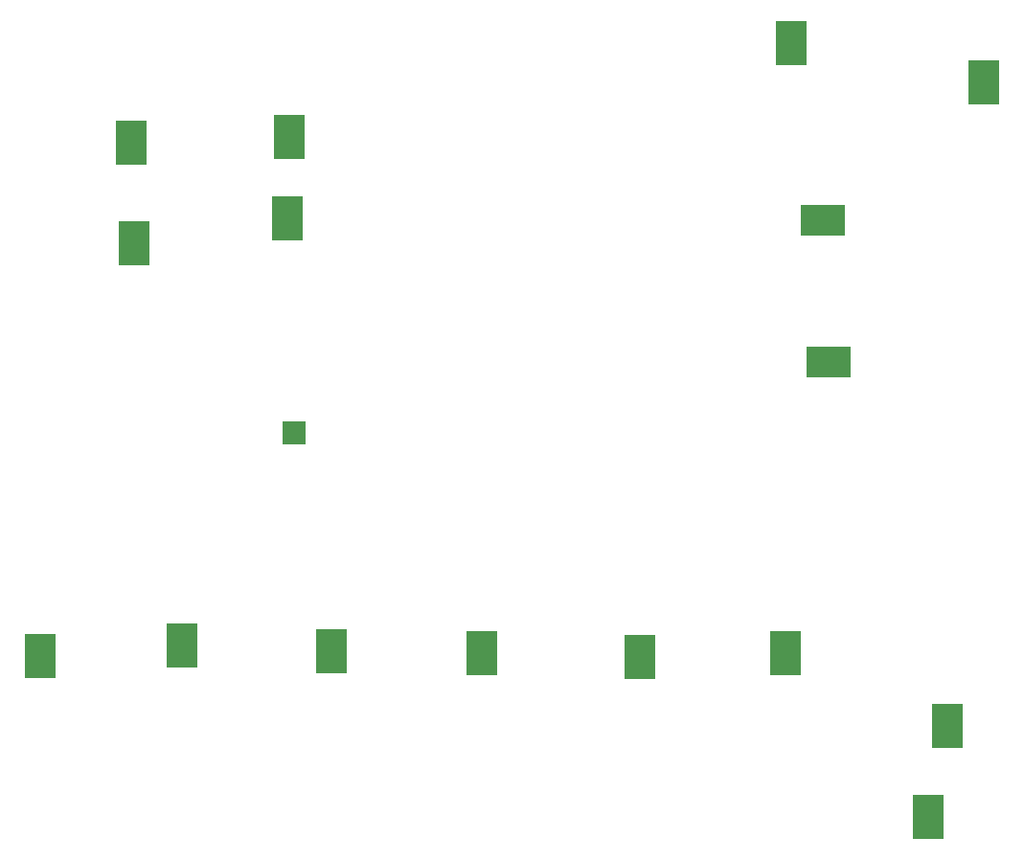
<source format=gbp>
G04 #@! TF.GenerationSoftware,KiCad,Pcbnew,5.1.5-52549c5~86~ubuntu18.04.1*
G04 #@! TF.CreationDate,2020-12-07T22:29:05-08:00*
G04 #@! TF.ProjectId,multiple_PCBs,6d756c74-6970-46c6-955f-504342732e6b,rev?*
G04 #@! TF.SameCoordinates,Original*
G04 #@! TF.FileFunction,Paste,Bot*
G04 #@! TF.FilePolarity,Positive*
%FSLAX46Y46*%
G04 Gerber Fmt 4.6, Leading zero omitted, Abs format (unit mm)*
G04 Created by KiCad (PCBNEW 5.1.5-52549c5~86~ubuntu18.04.1) date 2020-12-07 22:29:05*
%MOMM*%
%LPD*%
G04 APERTURE LIST*
%ADD10R,2.720000X4.000000*%
%ADD11R,2.400000X2.400000*%
%ADD12R,4.000000X2.720000*%
%ADD13R,1.999488X1.999488*%
G04 APERTURE END LIST*
D10*
X232586000Y-75850000D03*
D11*
X232586000Y-75850000D03*
D10*
X218870000Y-85248000D03*
D11*
X218870000Y-85248000D03*
D10*
X232438000Y-83033000D03*
D11*
X232438000Y-83033000D03*
D10*
X218616000Y-76358000D03*
D11*
X218616000Y-76358000D03*
D12*
X280250000Y-95750000D03*
D11*
X280250000Y-95750000D03*
D12*
X279750000Y-83250000D03*
D11*
X279750000Y-83250000D03*
D10*
X294000000Y-71000000D03*
D11*
X294000000Y-71000000D03*
D10*
X276950000Y-67570000D03*
D11*
X276950000Y-67570000D03*
D10*
X263600000Y-121800000D03*
D11*
X263600000Y-121800000D03*
D10*
X276400000Y-121500000D03*
D11*
X276400000Y-121500000D03*
D10*
X289025000Y-135975000D03*
D11*
X289025000Y-135975000D03*
D10*
X290710000Y-127960000D03*
D11*
X290710000Y-127960000D03*
D10*
X223100000Y-120800000D03*
D11*
X223100000Y-120800000D03*
D10*
X236300000Y-121300000D03*
D11*
X236300000Y-121300000D03*
D10*
X249600000Y-121500000D03*
D11*
X249600000Y-121500000D03*
D10*
X210530000Y-121760000D03*
D11*
X210530000Y-121760000D03*
D13*
X233000000Y-102000000D03*
M02*

</source>
